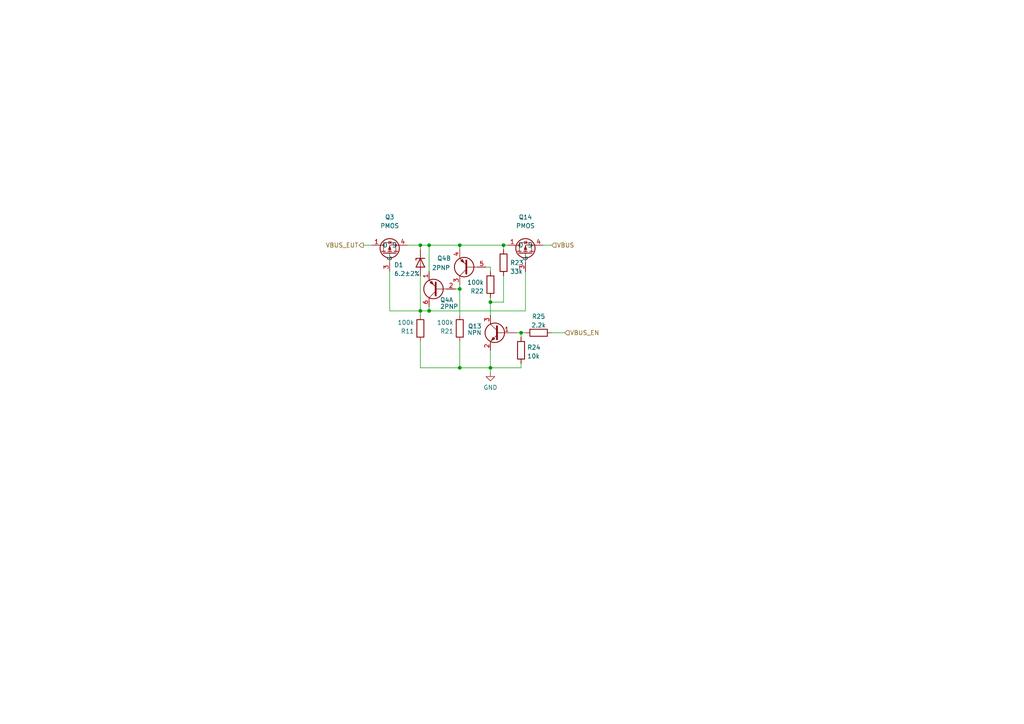
<source format=kicad_sch>
(kicad_sch (version 20230121) (generator eeschema)
  (paper "A4")
  (lib_symbols
    (symbol "Device:D_Zener" (pin_numbers hide) (pin_names (offset 1.016) hide)
      (property "Reference" "D" (at 0 2.54 0))
      (property "Value" "D_Zener" (at 0 -2.54 0))
      (symbol "D_Zener_0_1"
        (polyline (pts (xy 1.27 0) (xy -1.27 0)))
        (polyline (pts (xy -1.27 -1.27) (xy -1.27 1.27) (xy -0.762 1.27)) (stroke (width 0.254)))
        (polyline (pts (xy 1.27 -1.27) (xy 1.27 1.27) (xy -1.27 0) (xy 1.27 -1.27)) (stroke (width 0.254)))
      )
      (symbol "D_Zener_1_1"
        (pin passive line (at -3.81 0 0) (length 2.54) (name "K") (number "1"))
        (pin passive line (at 3.81 0 180) (length 2.54) (name "A") (number "2"))
      )
    )
    (symbol "Device:Q_Dual_PNP_PNP_E1B1C2E2B2C1" (pin_names (offset 0) hide)
      (property "Reference" "Q" (at 5.08 1.27 0))
      (property "Value" "Q_Dual_PNP_PNP_E1B1C2E2B2C1" (at 5.08 -1.27 0))
      (symbol "Q_Dual_PNP_PNP_E1B1C2E2B2C1_0_1"
        (polyline (pts (xy 0.635 0) (xy -2.54 0)))
        (polyline (pts (xy 0.635 0.635) (xy 2.54 2.54)))
        (polyline (pts (xy 0.635 -0.635) (xy 2.54 -2.54) (xy 2.54 -2.54)))
        (polyline (pts (xy 0.635 1.905) (xy 0.635 -1.905) (xy 0.635 -1.905)) (stroke (width 0.508)))
        (polyline (pts (xy 2.286 -1.778) (xy 1.778 -2.286) (xy 1.27 -1.27) (xy 2.286 -1.778) (xy 2.286 -1.778)) (fill (type outline)))
        (circle (center 1.27 0) (radius 2.8194) (stroke (width 0.254)))
      )
      (symbol "Q_Dual_PNP_PNP_E1B1C2E2B2C1_1_1"
        (pin passive line (at 2.54 -5.08 90) (length 2.54) (name "E1") (number "1"))
        (pin input line (at -5.08 0 0) (length 2.54) (name "B1") (number "2"))
        (pin passive line (at 2.54 5.08 270) (length 2.54) (name "C1") (number "6"))
      )
      (symbol "Q_Dual_PNP_PNP_E1B1C2E2B2C1_2_1"
        (pin passive line (at 2.54 5.08 270) (length 2.54) (name "C2") (number "3"))
        (pin passive line (at 2.54 -5.08 90) (length 2.54) (name "E2") (number "4"))
        (pin input line (at -5.08 0 0) (length 2.54) (name "B2") (number "5"))
      )
    )
    (symbol "Device:R" (pin_numbers hide) (pin_names (offset 0))
      (property "Reference" "R" (at 2.032 0 90))
      (property "Value" "R" (at 0 0 90))
      (symbol "R_0_1"
        (rectangle (start -1.016 -2.54) (end 1.016 2.54) (stroke (width 0.254)))
      )
      (symbol "R_1_1"
        (pin passive line (at 0 3.81 270) (length 1.27) (name "~") (number "1"))
        (pin passive line (at 0 -3.81 90) (length 1.27) (name "~") (number "2"))
      )
    )
    (symbol "Transistor_BJT:BC847" (pin_names (offset 0) hide)
      (property "Reference" "Q" (at 5.08 1.905 0))
      (property "Value" "BC847" (at 5.08 0 0))
      (symbol "BC847_0_1"
        (polyline (pts (xy 0.635 0.635) (xy 2.54 2.54)))
        (polyline (pts (xy 0.635 -0.635) (xy 2.54 -2.54) (xy 2.54 -2.54)))
        (polyline (pts (xy 0.635 1.905) (xy 0.635 -1.905) (xy 0.635 -1.905)) (stroke (width 0.508)))
        (polyline (pts (xy 1.27 -1.778) (xy 1.778 -1.27) (xy 2.286 -2.286) (xy 1.27 -1.778) (xy 1.27 -1.778)) (fill (type outline)))
        (circle (center 1.27 0) (radius 2.8194) (stroke (width 0.254)))
      )
      (symbol "BC847_1_1"
        (pin input line (at -5.08 0 0) (length 5.715) (name "B") (number "1"))
        (pin passive line (at 2.54 -5.08 90) (length 2.54) (name "E") (number "2"))
        (pin passive line (at 2.54 5.08 270) (length 2.54) (name "C") (number "3"))
      )
    )
    (symbol "power:GND" (power) (pin_names (offset 0))
      (property "Value" "GND" (at 0 -3.81 0))
      (symbol "GND_0_1"
        (polyline (pts (xy 0 0) (xy 0 -1.27) (xy 1.27 -1.27) (xy 0 -2.54) (xy -1.27 -1.27) (xy 0 -1.27)))
      )
      (symbol "GND_1_1"
        (pin power_in line (at 0 0 270) (length 0) hide (name "GND") (number "1"))
      )
    )
    (symbol "tycho:SiA469"
      (property "Reference" "Q" (at 3.81 2.54 0))
      (symbol "SiA469_0_1"
        (circle (center -0.889 0) (radius 2.794) (stroke (width 0.254)))
        (circle (center 0 -1.778) (radius 0.254) (fill (type outline)))
        (polyline (pts (xy -2.286 0) (xy -5.08 0)))
        (polyline (pts (xy -2.286 1.905) (xy -2.286 -1.905)) (stroke (width 0.254)))
        (polyline (pts (xy -1.778 -1.27) (xy -1.778 -2.286)) (stroke (width 0.254)))
        (polyline (pts (xy -1.778 0.508) (xy -1.778 -0.508)) (stroke (width 0.254)))
        (polyline (pts (xy -1.778 2.286) (xy -1.778 1.27)) (stroke (width 0.254)))
        (polyline (pts (xy 0 2.54) (xy 0 1.778)))
        (polyline (pts (xy 0 -2.54) (xy 0 0) (xy -1.778 0)))
        (polyline (pts (xy -1.778 1.778) (xy 0.762 1.778) (xy 0.762 -1.778) (xy -1.778 -1.778)))
        (polyline (pts (xy -0.254 0) (xy -1.27 0.381) (xy -1.27 -0.381) (xy -0.254 0)) (fill (type outline)))
        (polyline (pts (xy 0.254 -0.508) (xy 0.381 -0.381) (xy 1.143 -0.381) (xy 1.27 -0.254)))
        (polyline (pts (xy 0.762 -0.381) (xy 0.381 0.254) (xy 1.143 0.254) (xy 0.762 -0.381)))
        (circle (center 0 1.778) (radius 0.254) (fill (type outline)))
      )
      (symbol "SiA469_1_0"
        (pin passive line (at 0 -5.08 90) (length 2.54) hide (name "S") (number "7"))
      )
      (symbol "SiA469_1_1"
        (pin passive line (at 0 5.08 270) (length 2.54) hide (name "D") (number "0"))
        (pin passive line (at 0 5.08 270) (length 2.54) (name "D") (number "1"))
        (pin passive line (at 0 5.08 270) (length 2.54) hide (name "D") (number "2"))
        (pin passive line (at -7.62 0 0) (length 2.54) (name "G") (number "3"))
        (pin passive line (at 0 -5.08 90) (length 2.54) (name "S") (number "4"))
        (pin passive line (at 0 5.08 270) (length 2.54) hide (name "D") (number "5"))
        (pin passive line (at 0 5.08 270) (length 2.54) hide (name "D") (number "6"))
      )
    )
  )
  (junction (at 151.13 96.52))
  (junction (at 146.05 71.12))
  (junction (at 133.35 106.68))
  (junction (at 124.46 71.12))
  (junction (at 121.92 90.17))
  (junction (at 133.35 71.12))
  (junction (at 142.24 106.68))
  (junction (at 124.46 90.17))
  (junction (at 133.35 83.82))
  (junction (at 121.92 71.12))
  (junction (at 142.24 87.63))
  (wire (pts (xy 133.35 83.82) (xy 133.35 82.55)))
  (wire (pts (xy 142.24 77.47) (xy 142.24 78.74)))
  (wire (pts (xy 105.41 71.12) (xy 107.95 71.12)))
  (wire (pts (xy 121.92 90.17) (xy 121.92 91.44)))
  (wire (pts (xy 121.92 106.68) (xy 133.35 106.68)))
  (wire (pts (xy 133.35 99.06) (xy 133.35 106.68)))
  (wire (pts (xy 152.4 90.17) (xy 152.4 78.74)))
  (wire (pts (xy 142.24 87.63) (xy 142.24 91.44)))
  (wire (pts (xy 151.13 97.79) (xy 151.13 96.52)))
  (wire (pts (xy 149.86 96.52) (xy 151.13 96.52)))
  (wire (pts (xy 146.05 72.39) (xy 146.05 71.12)))
  (wire (pts (xy 121.92 80.01) (xy 121.92 90.17)))
  (wire (pts (xy 133.35 106.68) (xy 142.24 106.68)))
  (wire (pts (xy 124.46 78.74) (xy 124.46 71.12)))
  (wire (pts (xy 151.13 96.52) (xy 152.4 96.52)))
  (wire (pts (xy 146.05 71.12) (xy 147.32 71.12)))
  (wire (pts (xy 124.46 90.17) (xy 152.4 90.17)))
  (wire (pts (xy 140.97 77.47) (xy 142.24 77.47)))
  (wire (pts (xy 113.03 90.17) (xy 113.03 78.74)))
  (wire (pts (xy 146.05 87.63) (xy 146.05 80.01)))
  (wire (pts (xy 113.03 90.17) (xy 121.92 90.17)))
  (wire (pts (xy 142.24 107.95) (xy 142.24 106.68)))
  (wire (pts (xy 118.11 71.12) (xy 121.92 71.12)))
  (wire (pts (xy 142.24 87.63) (xy 146.05 87.63)))
  (wire (pts (xy 133.35 83.82) (xy 133.35 91.44)))
  (wire (pts (xy 142.24 106.68) (xy 142.24 101.6)))
  (wire (pts (xy 151.13 105.41) (xy 151.13 106.68)))
  (wire (pts (xy 121.92 99.06) (xy 121.92 106.68)))
  (wire (pts (xy 133.35 72.39) (xy 133.35 71.12)))
  (wire (pts (xy 124.46 71.12) (xy 133.35 71.12)))
  (wire (pts (xy 142.24 86.36) (xy 142.24 87.63)))
  (wire (pts (xy 121.92 90.17) (xy 124.46 90.17)))
  (wire (pts (xy 124.46 90.17) (xy 124.46 88.9)))
  (wire (pts (xy 151.13 106.68) (xy 142.24 106.68)))
  (wire (pts (xy 121.92 72.39) (xy 121.92 71.12)))
  (wire (pts (xy 157.48 71.12) (xy 160.02 71.12)))
  (wire (pts (xy 160.02 96.52) (xy 163.83 96.52)))
  (wire (pts (xy 121.92 71.12) (xy 124.46 71.12)))
  (wire (pts (xy 132.08 83.82) (xy 133.35 83.82)))
  (wire (pts (xy 133.35 71.12) (xy 146.05 71.12)))
  (hierarchical_label "VBUS" (shape input) (at 160.02 71.12 0))
  (hierarchical_label "VBUS_EN" (shape input) (at 163.83 96.52 0))
  (hierarchical_label "VBUS_EUT" (shape output) (at 105.41 71.12 180))
  (symbol (lib_id "tycho:SiA469") (at 152.4 71.12 90) (unit 1)
    (property "Reference" "Q14" (at 152.4 62.9752 90))
    (property "Value" "PMOS" (at 152.4 65.5121 90))
    (property "Footprint" "tycho:PowerPAK-SC-70-6L" (effects hide))
    (property "Datasheet" "https://www.vishay.com/docs/75354/sia469dj.pdf" (effects hide))
    (property "Manufacturer" "Vishay Siliconix" (effects hide))
    (property "Part Number" "SIA469DJ-T1-GE3" (effects hide))
    (property "Description" "MOSFET P-CH 30V 12A PPAK SC70-6" (effects hide))
    (instances (project "tycho" (path "" (reference "Q14") (unit 1)) (path "" (reference "Q6") (unit 1)) (path "" (reference "Q10") (unit 1))) (project "luna_rev0" (path "" (reference "Q1") (unit 1))))
  )
  (symbol (lib_id "Device:R") (at 121.92 95.25 180) (unit 1)
    (property "Reference" "R11" (at 120.142 96.0847 0) (effects (justify left)))
    (property "Value" "100k" (at 120.142 93.5478 0) (effects (justify left)))
    (property "Footprint" "Resistor_SMD:R_0402_1005Metric" (effects hide))
    (property "Part Number" "ERJ-2GEJ104X" (effects hide))
    (property "Substitution" "any equivalent" (effects hide))
    (property "Description" "RES SMD 100K OHM 5% 1/10W 0402" (effects hide))
    (property "Manufacturer" "Panasonic" (effects hide))
    (instances (project "tycho" (path "" (reference "R11") (unit 1)) (path "" (reference "R26") (unit 1)) (path "" (reference "R32") (unit 1))) (project "luna_rev0" (path "" (reference "R90") (unit 1))))
  )
  (symbol (lib_id "Device:R") (at 146.05 76.2 0) (unit 1)
    (property "Reference" "R23" (at 147.955 76.2031 0) (effects (justify left)))
    (property "Value" "33k" (at 147.955 78.74 0) (effects (justify left)))
    (property "Footprint" "Resistor_SMD:R_0402_1005Metric" (effects hide))
    (property "Part Number" "ERJ-2GEJ333X" (effects hide))
    (property "Substitution" "any equivalent" (effects hide))
    (property "Description" "RES SMD 33K OHM 5% 1/10W 0402" (effects hide))
    (property "Manufacturer" "Panasonic" (effects hide))
    (instances (project "tycho" (path "" (reference "R23") (unit 1)) (path "" (reference "R29") (unit 1)) (path "" (reference "R35") (unit 1))) (project "luna_rev0" (path "" (reference "R3") (unit 1))))
  )
  (symbol (lib_id "tycho:SiA469") (at 113.03 71.12 90) (unit 1)
    (property "Reference" "Q3" (at 113.03 62.9752 90))
    (property "Value" "PMOS" (at 113.03 65.5121 90))
    (property "Footprint" "tycho:PowerPAK-SC-70-6L" (effects hide))
    (property "Datasheet" "https://www.vishay.com/docs/75354/sia469dj.pdf" (effects hide))
    (property "Manufacturer" "Vishay Siliconix" (effects hide))
    (property "Part Number" "SIA469DJ-T1-GE3" (effects hide))
    (property "Description" "MOSFET P-CH 30V 12A PPAK SC70-6" (effects hide))
    (instances (project "tycho" (path "" (reference "Q3") (unit 1)) (path "" (reference "Q7") (unit 1)) (path "" (reference "Q11") (unit 1))) (project "luna_rev0" (path "" (reference "Q1") (unit 1))))
  )
  (symbol (lib_id "Device:Q_Dual_PNP_PNP_E1B1C2E2B2C1") (at 135.89 77.47 180) (unit 2)
    (property "Reference" "Q4" (at 130.81 74.93 0) (effects (justify left)))
    (property "Value" "2PNP" (at 130.5813 77.6697 0) (effects (justify left)))
    (property "Footprint" "Package_TO_SOT_SMD:SOT-363_SC-70-6" (effects hide))
    (property "Datasheet" "https://www.21yangjie.com/ggs/xxh/xxhsjg/BC857BS-SOT-363-%E6%B5%B7%E9%B8%A5%E8%84%9A.pdf" (effects hide))
    (property "Manufacturer" "Yangzhou Yangjie" (effects hide))
    (property "Part Number" "BC857BS" (effects hide))
    (property "Description" "PNP+PNP TRANS 45V 0.2A SOT-363" (effects hide))
    (instances (project "tycho" (path "" (reference "Q4") (unit 2)) (path "" (reference "Q8") (unit 2)) (path "" (reference "Q12") (unit 2))) (project "luna_rev0" (path "" (reference "Q13") (unit 2))))
  )
  (symbol (lib_id "Transistor_BJT:BC847") (at 144.78 96.52 0) (mirror y) (unit 1)
    (property "Reference" "Q13" (at 139.7 94.615 0) (effects (justify left)))
    (property "Value" "NPN" (at 139.7 96.52 0) (effects (justify left)))
    (property "Footprint" "Package_TO_SOT_SMD:SOT-23-3" (effects hide))
    (property "Datasheet" "https://datasheet.lcsc.com/lcsc/2008111604_Yangzhou-Yangjie-Elec-Tech-BC847B_C699218.pdf" (effects hide))
    (property "Manufacturer" "Yangzhou Yangjie Elec Tech" (effects hide))
    (property "Part Number" "BC847B" (effects hide))
    (property "Description" "45V 200mW 200@2mA,5V 100mA NPN SOT-23-3 Bipolar Transistors - BJT ROHS" (effects hide))
    (instances (project "tycho" (path "" (reference "Q13") (unit 1)) (path "" (reference "Q5") (unit 1)) (path "" (reference "Q9") (unit 1))) (project "luna_rev0" (path "" (reference "Q3") (unit 1))))
  )
  (symbol (lib_id "Device:D_Zener") (at 121.92 76.2 90) (mirror x) (unit 1)
    (property "Reference" "D1" (at 114.3 76.835 90) (effects (justify right)))
    (property "Value" "6.2±2%" (at 114.3 79.3719 90) (effects (justify right)))
    (property "Footprint" "tycho:DFN1006-2" (effects hide))
    (property "Datasheet" "https://assets.nexperia.com/documents/data-sheet/BZX884_BC_SER.pdf" (effects hide))
    (property "Manufacturer" "Nexperia" (effects hide))
    (property "Part Number" "BZX884-B6V2,315" (effects hide))
    (property "Description" "DIODE ZENER 6.2V 250MW DFN1006-2" (effects hide))
    (instances (project "tycho" (path "" (reference "D1") (unit 1)) (path "" (reference "D2") (unit 1)) (path "" (reference "D3") (unit 1))) (project "luna_rev0" (path "" (reference "D27") (unit 1))))
  )
  (symbol (lib_id "Device:Q_Dual_PNP_PNP_E1B1C2E2B2C1") (at 127 83.82 180) (unit 1)
    (property "Reference" "Q4" (at 127.635 86.995 0) (effects (justify right)))
    (property "Value" "2PNP" (at 127.635 88.9 0) (effects (justify right)))
    (property "Footprint" "Package_TO_SOT_SMD:SOT-363_SC-70-6" (effects hide))
    (property "Datasheet" "https://www.21yangjie.com/ggs/xxh/xxhsjg/BC857BS-SOT-363-%E6%B5%B7%E9%B8%A5%E8%84%9A.pdf" (effects hide))
    (property "Manufacturer" "Yangzhou Yangjie" (effects hide))
    (property "Part Number" "BC857BS" (effects hide))
    (property "Description" "PNP+PNP TRANS 45V 0.2A SOT-363" (effects hide))
    (instances (project "tycho" (path "" (reference "Q4") (unit 1)) (path "" (reference "Q8") (unit 1)) (path "" (reference "Q12") (unit 1))) (project "luna_rev0" (path "" (reference "Q13") (unit 1))))
  )
  (symbol (lib_id "Device:R") (at 133.35 95.25 180) (unit 1)
    (property "Reference" "R21" (at 131.572 96.0847 0) (effects (justify left)))
    (property "Value" "100k" (at 131.572 93.5478 0) (effects (justify left)))
    (property "Footprint" "Resistor_SMD:R_0402_1005Metric" (effects hide))
    (property "Part Number" "ERJ-2GEJ104X" (effects hide))
    (property "Substitution" "any equivalent" (effects hide))
    (property "Description" "RES SMD 100K OHM 5% 1/10W 0402" (effects hide))
    (property "Manufacturer" "Panasonic" (effects hide))
    (instances (project "tycho" (path "" (reference "R21") (unit 1)) (path "" (reference "R27") (unit 1)) (path "" (reference "R33") (unit 1))) (project "luna_rev0" (path "" (reference "R91") (unit 1))))
  )
  (symbol (lib_id "Device:R") (at 156.21 96.52 90) (unit 1)
    (property "Reference" "R25" (at 156.21 91.8042 90))
    (property "Value" "2.2k" (at 156.21 94.3411 90))
    (property "Footprint" "Resistor_SMD:R_0402_1005Metric" (effects hide))
    (property "Part Number" "RC0402JR-072K2L" (effects hide))
    (property "Substitution" "any equivalent" (effects hide))
    (property "Description" "RES 2.2K OHM 5% 1/16W 0402" (effects hide))
    (property "Manufacturer" "Yageo" (effects hide))
    (instances (project "tycho" (path "" (reference "R25") (unit 1)) (path "" (reference "R31") (unit 1)) (path "" (reference "R37") (unit 1))) (project "luna_rev0" (path "" (reference "R40") (unit 1))))
  )
  (symbol (lib_id "Device:R") (at 151.13 101.6 0) (unit 1)
    (property "Reference" "R24" (at 152.908 100.7653 0) (effects (justify left)))
    (property "Value" "10k" (at 152.908 103.3022 0) (effects (justify left)))
    (property "Footprint" "Resistor_SMD:R_0402_1005Metric" (effects hide))
    (property "Part Number" "RC0402JR-0710KL" (effects hide))
    (property "Substitution" "any equivalent" (effects hide))
    (property "Description" "RES 10K OHM 5% 1/16W 0402" (effects hide))
    (property "Manufacturer" "Yageo" (effects hide))
    (instances (project "tycho" (path "" (reference "R24") (unit 1)) (path "" (reference "R30") (unit 1)) (path "" (reference "R36") (unit 1))) (project "luna_rev0" (path "" (reference "R41") (unit 1))))
  )
  (symbol (lib_id "Device:R") (at 142.24 82.55 180) (unit 1)
    (property "Reference" "R22" (at 140.335 84.455 0) (effects (justify left)))
    (property "Value" "100k" (at 140.335 81.9181 0) (effects (justify left)))
    (property "Footprint" "Resistor_SMD:R_0402_1005Metric" (effects hide))
    (property "Part Number" "ERJ-2GEJ104X" (effects hide))
    (property "Substitution" "any equivalent" (effects hide))
    (property "Description" "RES SMD 100K OHM 5% 1/10W 0402" (effects hide))
    (property "Manufacturer" "Panasonic" (effects hide))
    (instances (project "tycho" (path "" (reference "R22") (unit 1)) (path "" (reference "R28") (unit 1)) (path "" (reference "R34") (unit 1))) (project "luna_rev0" (path "" (reference "R62") (unit 1))))
  )
  (symbol (lib_id "power:GND") (at 142.24 107.95 0) (mirror y) (unit 1)
    (property "Reference" "#PWR043" (effects hide))
    (property "Value" "GND" (at 142.24 112.3934 0))
    (instances (project "tycho" (path "" (reference "#PWR043") (unit 1)) (path "" (reference "#PWR044") (unit 1)) (path "" (reference "#PWR045") (unit 1))) (project "luna_rev0" (path "" (reference "#PWR03") (unit 1))))
  )
)
</source>
